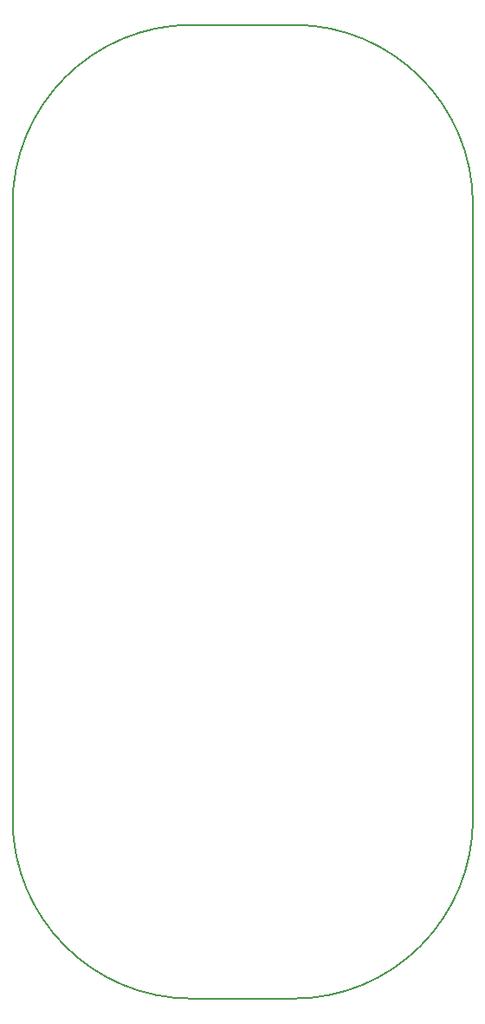
<source format=gbr>
%TF.GenerationSoftware,KiCad,Pcbnew,(5.1.9)-1*%
%TF.CreationDate,2021-03-28T20:47:18-04:00*%
%TF.ProjectId,LongboardRemote,4c6f6e67-626f-4617-9264-52656d6f7465,rev?*%
%TF.SameCoordinates,Original*%
%TF.FileFunction,Profile,NP*%
%FSLAX46Y46*%
G04 Gerber Fmt 4.6, Leading zero omitted, Abs format (unit mm)*
G04 Created by KiCad (PCBNEW (5.1.9)-1) date 2021-03-28 20:47:18*
%MOMM*%
%LPD*%
G01*
G04 APERTURE LIST*
%TA.AperFunction,Profile*%
%ADD10C,0.200000*%
%TD*%
G04 APERTURE END LIST*
D10*
X151003000Y-51659000D02*
X141003001Y-51659000D01*
X141002999Y-146659000D02*
X151002999Y-146659000D01*
X123503000Y-69159000D02*
X123503000Y-129158999D01*
X168503000Y-129159000D02*
X168503000Y-69159000D01*
X151003000Y-51659000D02*
G75*
G02*
X168503000Y-69159000I0J-17500000D01*
G01*
X141002999Y-146659000D02*
G75*
G02*
X123503000Y-129158999I1J17500000D01*
G01*
X123503000Y-69159000D02*
G75*
G02*
X141003001Y-51659000I17500000J0D01*
G01*
X168503000Y-129159000D02*
G75*
G02*
X151002999Y-146659000I-17500000J0D01*
G01*
M02*

</source>
